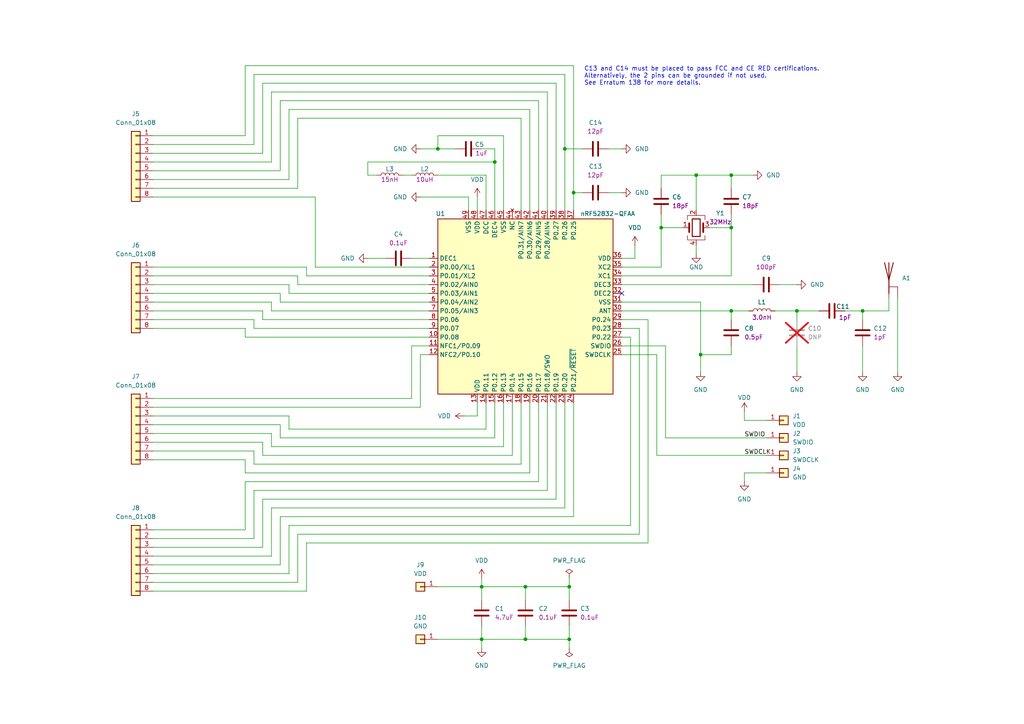
<source format=kicad_sch>
(kicad_sch (version 20231120) (generator "eeschema") (generator_version "8.0")
  (paper "A4")
  (title_block (title "nRF52 Evaluation Board") (date "2024-12-01") (rev "0.1"))
  (lib_symbols
    (symbol "Capacitor:CC0402BRNPO9BNR50" (pin_numbers hide) (pin_names (offset 0.254))
      (property "Reference" "C" (at 0.635 2.54 0))
      (property "Capacitance" "0.5pF" (at 1.27 -2.54 0))
      (symbol "CC0402BRNPO9BNR50_1_1"
        (pin passive line (at 0 3.81 270) (length 2.794) (name "~") (number "1"))
        (pin passive line (at 0 -3.81 90) (length 2.794) (name "~") (number "2"))
      )
    )
    (symbol "Capacitor:CC0402CRNPO9BN1R0" (pin_numbers hide) (pin_names (offset 0.254))
      (property "Reference" "C" (at 0.635 2.54 0))
      (property "Capacitance" "1pF" (at 1.27 -2.54 0))
      (symbol "CC0402CRNPO9BN1R0_1_1"
        (pin passive line (at 0 3.81 270) (length 2.794) (name "~") (number "1"))
        (pin passive line (at 0 -3.81 90) (length 2.794) (name "~") (number "2"))
      )
    )
    (symbol "Capacitor:CC0402JRNPO9BN101" (pin_numbers hide) (pin_names (offset 0.254))
      (property "Reference" "C" (at 0.635 2.54 0))
      (property "Capacitance" "100pF" (at 1.27 -2.54 0))
      (symbol "CC0402JRNPO9BN101_1_1"
        (pin passive line (at 0 3.81 270) (length 2.794) (name "~") (number "1"))
        (pin passive line (at 0 -3.81 90) (length 2.794) (name "~") (number "2"))
      )
    )
    (symbol "Capacitor:CC0402JRNPO9BN120" (pin_numbers hide) (pin_names (offset 0.254))
      (property "Reference" "C" (at 0.635 2.54 0))
      (property "Capacitance" "12pF" (at 1.27 -2.54 0))
      (symbol "CC0402JRNPO9BN120_1_1"
        (pin passive line (at 0 3.81 270) (length 2.794) (name "~") (number "1"))
        (pin passive line (at 0 -3.81 90) (length 2.794) (name "~") (number "2"))
      )
    )
    (symbol "Capacitor:CC0402JRNPO9BN180" (pin_numbers hide) (pin_names (offset 0.254))
      (property "Reference" "C" (at 0.635 2.54 0))
      (property "Capacitance" "18pF" (at 1.27 -2.54 0))
      (symbol "CC0402JRNPO9BN180_1_1"
        (pin passive line (at 0 3.81 270) (length 2.794) (name "~") (number "1"))
        (pin passive line (at 0 -3.81 90) (length 2.794) (name "~") (number "2"))
      )
    )
    (symbol "Capacitor:CL05A104KA5NNNC" (pin_numbers hide) (pin_names (offset 0.254))
      (property "Reference" "C" (at 0.635 2.54 0))
      (property "Capacitance" "0.1uF" (at 1.27 -2.54 0))
      (symbol "CL05A104KA5NNNC_1_1"
        (pin passive line (at 0 3.81 270) (length 2.794) (name "~") (number "1"))
        (pin passive line (at 0 -3.81 90) (length 2.794) (name "~") (number "2"))
      )
    )
    (symbol "Capacitor:CL05A475MQ5NRNC" (pin_numbers hide) (pin_names (offset 0.254))
      (property "Reference" "C" (at 0.635 2.54 0))
      (property "Capacitance" "4.7uF" (at 1.27 -2.54 0))
      (symbol "CL05A475MQ5NRNC_1_1"
        (pin passive line (at 0 3.81 270) (length 2.794) (name "~") (number "1"))
        (pin passive line (at 0 -3.81 90) (length 2.794) (name "~") (number "2"))
      )
    )
    (symbol "Capacitor:DNP_0402" (pin_numbers hide) (pin_names (offset 0.254)) (in_bom no)
      (property "Reference" "C" (at 0.635 2.54 0))
      (property "Capacitance" "DNP" (at 1.27 -2.54 0))
      (symbol "DNP_0402_1_1"
        (pin passive line (at 0 3.81 270) (length 2.794) (name "~") (number "1"))
        (pin passive line (at 0 -3.81 90) (length 2.794) (name "~") (number "2"))
      )
    )
    (symbol "Capacitor:GRM155R61H105KE05D" (pin_numbers hide) (pin_names (offset 0.254))
      (property "Reference" "C" (at 0.635 2.54 0))
      (property "Capacitance" "1uF" (at 1.27 -2.54 0))
      (symbol "GRM155R61H105KE05D_1_1"
        (pin passive line (at 0 3.81 270) (length 2.794) (name "~") (number "1"))
        (pin passive line (at 0 -3.81 90) (length 2.794) (name "~") (number "2"))
      )
    )
    (symbol "Connector:Conn_01x01" (pin_names (offset 1.016) hide) (in_bom no)
      (property "Reference" "J" (at 0 2.54 0))
      (property "Value" "Conn_01x01" (at 0 -2.54 0))
      (symbol "Conn_01x01_1_1"
        (pin passive line (at -5.08 0 0) (length 3.81) (name "Pin_1") (number "1"))
      )
    )
    (symbol "Connector:Conn_01x08" (pin_names (offset 1.016) hide) (in_bom no)
      (property "Reference" "J" (at 0 2.54 0))
      (property "Value" "Conn_01x08" (at 0 -20.828 0))
      (symbol "Conn_01x08_1_1"
        (pin passive line (at -5.08 0 0) (length 3.81) (name "Pin_1") (number "1"))
        (pin passive line (at -5.08 -2.54 0) (length 3.81) (name "Pin_2") (number "2"))
        (pin passive line (at -5.08 -5.08 0) (length 3.81) (name "Pin_3") (number "3"))
        (pin passive line (at -5.08 -7.62 0) (length 3.81) (name "Pin_4") (number "4"))
        (pin passive line (at -5.08 -10.16 0) (length 3.81) (name "Pin_5") (number "5"))
        (pin passive line (at -5.08 -12.7 0) (length 3.81) (name "Pin_6") (number "6"))
        (pin passive line (at -5.08 -15.24 0) (length 3.81) (name "Pin_7") (number "7"))
        (pin passive line (at -5.08 -17.78 0) (length 3.81) (name "Pin_8") (number "8"))
      )
    )
    (symbol "Crystal:CJ16-320001210B20" (pin_names (offset 1.016) hide)
      (property "Reference" "Y" (at 3.175 5.08 0))
      (property "Frequency" "32MHz" (at 1.27 -5.08 0))
      (symbol "CJ16-320001210B20_1_1"
        (pin passive line (at -3.81 0 0) (length 1.27) (name "1") (number "1"))
        (pin passive line (at 0 5.08 270) (length 1.27) (name "2") (number "2"))
        (pin passive line (at 3.81 0 180) (length 1.27) (name "3") (number "3"))
        (pin passive line (at 0 -5.08 90) (length 1.27) (name "4") (number "4"))
      )
    )
    (symbol "GND_1" (power) (pin_numbers hide) (pin_names (offset 0) hide)
      (property "Value" "GND" (at 0 -3.81 0))
      (symbol "GND_1_1_1"
        (pin power_in line (at 0 0 270) (length 0) (name "~") (number "1"))
      )
    )
    (symbol "GND_2" (power) (pin_numbers hide) (pin_names (offset 0) hide)
      (property "Value" "GND" (at 0 -3.81 0))
      (symbol "GND_2_1_1"
        (pin power_in line (at 0 0 270) (length 0) (name "~") (number "1"))
      )
    )
    (symbol "GND_3" (power) (pin_numbers hide) (pin_names (offset 0) hide)
      (property "Value" "GND" (at 0 -3.81 0))
      (symbol "GND_3_1_1"
        (pin power_in line (at 0 0 270) (length 0) (name "~") (number "1"))
      )
    )
    (symbol "GND_4" (power) (pin_numbers hide) (pin_names (offset 0) hide)
      (property "Value" "GND" (at 0 -3.81 0))
      (symbol "GND_4_1_1"
        (pin power_in line (at 0 0 270) (length 0) (name "~") (number "1"))
      )
    )
    (symbol "GND_5" (power) (pin_numbers hide) (pin_names (offset 0) hide)
      (property "Value" "GND" (at 0 -3.81 0))
      (symbol "GND_5_1_1"
        (pin power_in line (at 0 0 270) (length 0) (name "~") (number "1"))
      )
    )
    (symbol "GND_6" (power) (pin_numbers hide) (pin_names (offset 0) hide)
      (property "Value" "GND" (at 0 -3.81 0))
      (symbol "GND_6_1_1"
        (pin power_in line (at 0 0 270) (length 0) (name "~") (number "1"))
      )
    )
    (symbol "GND_7" (power) (pin_numbers hide) (pin_names (offset 0) hide)
      (property "Value" "GND" (at 0 -3.81 0))
      (symbol "GND_7_1_1"
        (pin power_in line (at 0 0 270) (length 0) (name "~") (number "1"))
      )
    )
    (symbol "GND_8" (power) (pin_numbers hide) (pin_names (offset 0) hide)
      (property "Value" "GND" (at 0 -3.81 0))
      (symbol "GND_8_1_1"
        (pin power_in line (at 0 0 270) (length 0) (name "~") (number "1"))
      )
    )
    (symbol "GND_9" (power) (pin_numbers hide) (pin_names (offset 0) hide)
      (property "Value" "GND" (at 0 -3.81 0))
      (symbol "GND_9_1_1"
        (pin power_in line (at 0 0 270) (length 0) (name "~") (number "1"))
      )
    )
    (symbol "Inductor:CLH1005T-3N0S-S" (pin_numbers hide) (pin_names (offset 1.016) hide)
      (property "Reference" "L" (at -1.27 0 90))
      (property "Inductance" "3.0nH" (at 1.27 -2.54 0))
      (symbol "CLH1005T-3N0S-S_1_1"
        (pin passive line (at 0 3.81 270) (length 1.27) (name "1") (number "1"))
        (pin passive line (at 0 -3.81 90) (length 1.27) (name "2") (number "2"))
      )
    )
    (symbol "Inductor:LQW15AN15NJ00D" (pin_numbers hide) (pin_names (offset 1.016) hide)
      (property "Reference" "L" (at -1.27 0 90))
      (property "Inductance" "15nH" (at 1.27 -2.54 0))
      (symbol "LQW15AN15NJ00D_1_1"
        (pin passive line (at 0 3.81 270) (length 1.27) (name "1") (number "1"))
        (pin passive line (at 0 -3.81 90) (length 1.27) (name "2") (number "2"))
      )
    )
    (symbol "Inductor:MLZ1608M100WT000" (pin_numbers hide) (pin_names (offset 1.016) hide)
      (property "Reference" "L" (at -1.27 0 90))
      (property "Inductance" "10uH" (at 1.27 -2.54 0))
      (symbol "MLZ1608M100WT000_1_1"
        (pin passive line (at 0 3.81 270) (length 1.27) (name "1") (number "1"))
        (pin passive line (at 0 -3.81 90) (length 1.27) (name "2") (number "2"))
      )
    )
    (symbol "MCU_Nordic:nRF52832-QFAA"
      (property "Reference" "U" (at -25.4 26.67 0))
      (property "Value" "nRF52832-QFAA" (at 15.875 26.67 0))
      (symbol "nRF52832-QFAA_1_1"
        (pin passive line (at -27.94 13.97 0) (length 2.54) (name "DEC1") (number "1"))
        (pin bidirectional line (at -27.94 -8.89 0) (length 2.54) (name "P0.08") (number "10"))
        (pin bidirectional line (at -27.94 -11.43 0) (length 2.54) (name "NFC1/P0.09") (number "11"))
        (pin bidirectional line (at -27.94 -13.97 0) (length 2.54) (name "NFC2/P0.10") (number "12"))
        (pin power_in line (at -13.97 -27.94 90) (length 2.54) (name "VDD") (number "13"))
        (pin bidirectional line (at -11.43 -27.94 90) (length 2.54) (name "P0.11") (number "14"))
        (pin bidirectional line (at -8.89 -27.94 90) (length 2.54) (name "P0.12") (number "15"))
        (pin bidirectional line (at -6.35 -27.94 90) (length 2.54) (name "P0.13") (number "16"))
        (pin bidirectional line (at -3.81 -27.94 90) (length 2.54) (name "P0.14") (number "17"))
        (pin bidirectional line (at -1.27 -27.94 90) (length 2.54) (name "P0.15") (number "18"))
        (pin bidirectional line (at 1.27 -27.94 90) (length 2.54) (name "P0.16") (number "19"))
        (pin bidirectional line (at -27.94 11.43 0) (length 2.54) (name "P0.00/XL1") (number "2"))
        (pin bidirectional line (at 3.81 -27.94 90) (length 2.54) (name "P0.17") (number "20"))
        (pin bidirectional line (at 6.35 -27.94 90) (length 2.54) (name "P0.18/SWO") (number "21"))
        (pin bidirectional line (at 8.89 -27.94 90) (length 2.54) (name "P0.19") (number "22"))
        (pin bidirectional line (at 11.43 -27.94 90) (length 2.54) (name "P0.20") (number "23"))
        (pin bidirectional line (at 13.97 -27.94 90) (length 2.54) (name "P0.21/~{RESET}") (number "24"))
        (pin input line (at 27.94 -13.97 180) (length 2.54) (name "SWDCLK") (number "25"))
        (pin bidirectional line (at 27.94 -11.43 180) (length 2.54) (name "SWDIO") (number "26"))
        (pin bidirectional line (at 27.94 -8.89 180) (length 2.54) (name "P0.22") (number "27"))
        (pin bidirectional line (at 27.94 -6.35 180) (length 2.54) (name "P0.23") (number "28"))
        (pin bidirectional line (at 27.94 -3.81 180) (length 2.54) (name "P0.24") (number "29"))
        (pin bidirectional line (at -27.94 8.89 0) (length 2.54) (name "P0.01/XL2") (number "3"))
        (pin passive line (at 27.94 -1.27 180) (length 2.54) (name "ANT") (number "30"))
        (pin power_in line (at 27.94 1.27 180) (length 2.54) (name "VSS") (number "31"))
        (pin passive line (at 27.94 3.81 180) (length 2.54) (name "DEC2") (number "32"))
        (pin passive line (at 27.94 6.35 180) (length 2.54) (name "DEC3") (number "33"))
        (pin input line (at 27.94 8.89 180) (length 2.54) (name "XC1") (number "34"))
        (pin input line (at 27.94 11.43 180) (length 2.54) (name "XC2") (number "35"))
        (pin passive line (at 27.94 13.97 180) (length 2.54) (name "VDD") (number "36"))
        (pin passive line (at 13.97 27.94 270) (length 2.54) (name "P0.25") (number "37"))
        (pin passive line (at 11.43 27.94 270) (length 2.54) (name "P0.26") (number "38"))
        (pin bidirectional line (at 8.89 27.94 270) (length 2.54) (name "P0.27") (number "39"))
        (pin bidirectional line (at -27.94 6.35 0) (length 2.54) (name "P0.02/AIN0") (number "4"))
        (pin bidirectional line (at 6.35 27.94 270) (length 2.54) (name "P0.28/AIN4") (number "40"))
        (pin bidirectional line (at 3.81 27.94 270) (length 2.54) (name "P0.29/AIN5") (number "41"))
        (pin bidirectional line (at 1.27 27.94 270) (length 2.54) (name "P0.30/AIN6") (number "42"))
        (pin bidirectional line (at -1.27 27.94 270) (length 2.54) (name "P0.31/AIN7") (number "43"))
        (pin no_connect line (at -3.81 27.94 270) (length 2.54) (name "NC") (number "44"))
        (pin passive line (at -6.35 27.94 270) (length 2.54) (name "VSS") (number "45"))
        (pin passive line (at -8.89 27.94 270) (length 2.54) (name "DEC4") (number "46"))
        (pin power_out line (at -11.43 27.94 270) (length 2.54) (name "DCC") (number "47"))
        (pin passive line (at -13.97 27.94 270) (length 2.54) (name "VDD") (number "48"))
        (pin passive line (at -16.51 27.94 270) (length 2.54) (name "VSS") (number "49"))
        (pin bidirectional line (at -27.94 3.81 0) (length 2.54) (name "P0.03/AIN1") (number "5"))
        (pin bidirectional line (at -27.94 1.27 0) (length 2.54) (name "P0.04/AIN2") (number "6"))
        (pin bidirectional line (at -27.94 -1.27 0) (length 2.54) (name "P0.05/AIN3") (number "7"))
        (pin bidirectional line (at -27.94 -3.81 0) (length 2.54) (name "P0.06") (number "8"))
        (pin bidirectional line (at -27.94 -6.35 0) (length 2.54) (name "P0.07") (number "9"))
      )
    )
    (symbol "RF:Antenna_Inverted_F" (pin_numbers hide) (pin_names (offset 1.016) hide) (in_bom no)
      (property "Reference" "A" (at -1.905 4.445 0))
      (symbol "Antenna_Inverted_F_1_1"
        (pin input line (at 0 -5.08 90) (length 2.54) (name "A") (number "1"))
        (pin input line (at 2.54 -5.08 90) (length 2.54) (name "GND") (number "2"))
      )
    )
    (symbol "VDD_1" (power) (pin_numbers hide) (pin_names (offset 0) hide)
      (property "Value" "VDD" (at 0 3.556 0))
      (symbol "VDD_1_1_1"
        (pin power_in line (at 0 0 90) (length 0) (name "~") (number "1"))
      )
    )
    (symbol "VDD_2" (power) (pin_numbers hide) (pin_names (offset 0) hide)
      (property "Value" "VDD" (at 0 3.556 0))
      (symbol "VDD_2_1_1"
        (pin power_in line (at 0 0 90) (length 0) (name "~") (number "1"))
      )
    )
    (symbol "VDD_3" (power) (pin_numbers hide) (pin_names (offset 0) hide)
      (property "Value" "VDD" (at 0 3.556 0))
      (symbol "VDD_3_1_1"
        (pin power_in line (at 0 0 90) (length 0) (name "~") (number "1"))
      )
    )
    (symbol "VDD_4" (power) (pin_numbers hide) (pin_names (offset 0) hide)
      (property "Value" "VDD" (at 0 3.556 0))
      (symbol "VDD_4_1_1"
        (pin power_in line (at 0 0 90) (length 0) (name "~") (number "1"))
      )
    )
    (symbol "VDD_5" (power) (pin_numbers hide) (pin_names (offset 0) hide)
      (property "Value" "VDD" (at 0 3.556 0))
      (symbol "VDD_5_1_1"
        (pin power_in line (at 0 0 90) (length 0) (name "~") (number "1"))
      )
    )
    (symbol "power:GND" (power) (pin_numbers hide) (pin_names (offset 0) hide)
      (property "Value" "GND" (at 0 -3.81 0))
      (symbol "GND_1_1"
        (pin power_in line (at 0 0 270) (length 0) (name "~") (number "1"))
      )
    )
    (symbol "power:PWR_FLAG" (power) (pin_numbers hide) (pin_names (offset 0) hide)
      (property "Value" "PWR_FLAG" (at 0 3.81 0))
      (symbol "PWR_FLAG_0_0"
        (pin power_out line (at 0 0 90) (length 0) (name "~") (number "1"))
      )
    )
  )
  (junction (at 250.19 90.17))
  (junction (at 212.09 50.8))
  (junction (at 139.7 170.18))
  (junction (at 203.2 102.87))
  (junction (at 191.77 66.04))
  (junction (at 152.4 185.42))
  (junction (at 166.37 55.88))
  (junction (at 231.14 90.17))
  (junction (at 152.4 170.18))
  (junction (at 165.1 170.18))
  (junction (at 143.51 46.99))
  (junction (at 201.93 50.8))
  (junction (at 163.83 43.18))
  (junction (at 212.09 90.17))
  (junction (at 165.1 185.42))
  (junction (at 212.09 66.04))
  (junction (at 127 43.18))
  (junction (at 139.7 185.42))
  (no_connect (at 180.34 85.09))
  (wire (pts (xy 158.75 60.96) (xy 158.75 26.67)))
  (wire (pts (xy 81.28 149.86) (xy 166.37 149.86)))
  (wire (pts (xy 140.97 50.8) (xy 127 50.8)))
  (wire (pts (xy 146.05 39.37) (xy 127 39.37)))
  (wire (pts (xy 180.34 80.01) (xy 212.09 80.01)))
  (wire (pts (xy 78.74 125.73) (xy 44.45 125.73)))
  (wire (pts (xy 73.66 95.25) (xy 73.66 92.71)))
  (wire (pts (xy 222.25 132.08) (xy 190.5 132.08)))
  (wire (pts (xy 124.46 102.87) (xy 121.92 102.87)))
  (wire (pts (xy 180.34 77.47) (xy 191.77 77.47)))
  (wire (pts (xy 185.42 95.25) (xy 185.42 154.94)))
  (wire (pts (xy 153.67 60.96) (xy 153.67 31.75)))
  (wire (pts (xy 71.12 133.35) (xy 44.45 133.35)))
  (wire (pts (xy 78.74 147.32) (xy 163.83 147.32)))
  (wire (pts (xy 224.79 90.17) (xy 231.14 90.17)))
  (wire (pts (xy 212.09 50.8) (xy 201.93 50.8)))
  (wire (pts (xy 124.46 92.71) (xy 76.2 92.71)))
  (wire (pts (xy 163.83 43.18) (xy 163.83 60.96)))
  (wire (pts (xy 73.66 134.62) (xy 151.13 134.62)))
  (wire (pts (xy 116.84 50.8) (xy 119.38 50.8)))
  (wire (pts (xy 44.45 49.53) (xy 81.28 49.53)))
  (wire (pts (xy 78.74 90.17) (xy 78.74 87.63)))
  (wire (pts (xy 78.74 129.54) (xy 78.74 125.73)))
  (wire (pts (xy 180.34 100.33) (xy 193.04 100.33)))
  (wire (pts (xy 121.92 43.18) (xy 127 43.18)))
  (wire (pts (xy 44.45 39.37) (xy 71.12 39.37)))
  (wire (pts (xy 201.93 71.12) (xy 201.93 73.66)))
  (wire (pts (xy 184.15 71.12) (xy 184.15 74.93)))
  (wire (pts (xy 86.36 80.01) (xy 44.45 80.01)))
  (wire (pts (xy 143.51 43.18) (xy 139.7 43.18)))
  (wire (pts (xy 76.2 144.78) (xy 76.2 158.75)))
  (wire (pts (xy 88.9 77.47) (xy 44.45 77.47)))
  (wire (pts (xy 180.34 87.63) (xy 203.2 87.63)))
  (wire (pts (xy 76.2 132.08) (xy 76.2 128.27)))
  (wire (pts (xy 138.43 120.65) (xy 134.62 120.65)))
  (wire (pts (xy 212.09 50.8) (xy 218.44 50.8)))
  (wire (pts (xy 71.12 139.7) (xy 156.21 139.7)))
  (wire (pts (xy 124.46 77.47) (xy 91.44 77.47)))
  (wire (pts (xy 86.36 54.61) (xy 44.45 54.61)))
  (wire (pts (xy 191.77 66.04) (xy 198.12 66.04)))
  (wire (pts (xy 152.4 185.42) (xy 139.7 185.42)))
  (wire (pts (xy 165.1 170.18) (xy 152.4 170.18)))
  (wire (pts (xy 161.29 116.84) (xy 161.29 144.78)))
  (wire (pts (xy 73.66 142.24) (xy 73.66 156.21)))
  (wire (pts (xy 78.74 46.99) (xy 44.45 46.99)))
  (wire (pts (xy 83.82 31.75) (xy 83.82 52.07)))
  (wire (pts (xy 187.96 92.71) (xy 187.96 157.48)))
  (wire (pts (xy 212.09 66.04) (xy 212.09 80.01)))
  (wire (pts (xy 71.12 137.16) (xy 153.67 137.16)))
  (wire (pts (xy 180.34 74.93) (xy 184.15 74.93)))
  (wire (pts (xy 161.29 60.96) (xy 161.29 24.13)))
  (wire (pts (xy 83.82 82.55) (xy 44.45 82.55)))
  (wire (pts (xy 106.68 50.8) (xy 106.68 46.99)))
  (wire (pts (xy 158.75 26.67) (xy 78.74 26.67)))
  (wire (pts (xy 73.66 92.71) (xy 44.45 92.71)))
  (wire (pts (xy 166.37 55.88) (xy 166.37 60.96)))
  (wire (pts (xy 257.81 90.17) (xy 250.19 90.17)))
  (wire (pts (xy 139.7 167.64) (xy 139.7 170.18)))
  (wire (pts (xy 165.1 181.61) (xy 165.1 185.42)))
  (wire (pts (xy 109.22 50.8) (xy 106.68 50.8)))
  (wire (pts (xy 81.28 123.19) (xy 44.45 123.19)))
  (wire (pts (xy 153.67 31.75) (xy 83.82 31.75)))
  (wire (pts (xy 76.2 128.27) (xy 44.45 128.27)))
  (wire (pts (xy 71.12 19.05) (xy 166.37 19.05)))
  (wire (pts (xy 86.36 154.94) (xy 86.36 168.91)))
  (wire (pts (xy 119.38 74.93) (xy 124.46 74.93)))
  (wire (pts (xy 119.38 115.57) (xy 44.45 115.57)))
  (wire (pts (xy 44.45 44.45) (xy 76.2 44.45)))
  (wire (pts (xy 138.43 116.84) (xy 138.43 120.65)))
  (wire (pts (xy 180.34 97.79) (xy 182.88 97.79)))
  (wire (pts (xy 71.12 97.79) (xy 124.46 97.79)))
  (wire (pts (xy 161.29 24.13) (xy 76.2 24.13)))
  (wire (pts (xy 140.97 116.84) (xy 140.97 124.46)))
  (wire (pts (xy 212.09 102.87) (xy 203.2 102.87)))
  (wire (pts (xy 212.09 90.17) (xy 217.17 90.17)))
  (wire (pts (xy 88.9 157.48) (xy 88.9 171.45)))
  (wire (pts (xy 151.13 34.29) (xy 86.36 34.29)))
  (wire (pts (xy 212.09 50.8) (xy 212.09 54.61)))
  (wire (pts (xy 73.66 156.21) (xy 44.45 156.21)))
  (wire (pts (xy 124.46 82.55) (xy 86.36 82.55)))
  (wire (pts (xy 76.2 92.71) (xy 76.2 90.17)))
  (wire (pts (xy 191.77 50.8) (xy 191.77 54.61)))
  (wire (pts (xy 153.67 116.84) (xy 153.67 137.16)))
  (wire (pts (xy 88.9 171.45) (xy 44.45 171.45)))
  (wire (pts (xy 78.74 129.54) (xy 146.05 129.54)))
  (wire (pts (xy 215.9 119.38) (xy 215.9 121.92)))
  (wire (pts (xy 152.4 181.61) (xy 152.4 185.42)))
  (wire (pts (xy 143.51 116.84) (xy 143.51 127)))
  (wire (pts (xy 180.34 82.55) (xy 218.44 82.55)))
  (wire (pts (xy 212.09 100.33) (xy 212.09 102.87)))
  (wire (pts (xy 88.9 80.01) (xy 124.46 80.01)))
  (wire (pts (xy 237.49 90.17) (xy 231.14 90.17)))
  (wire (pts (xy 152.4 170.18) (xy 139.7 170.18)))
  (wire (pts (xy 180.34 90.17) (xy 212.09 90.17)))
  (wire (pts (xy 156.21 29.21) (xy 81.28 29.21)))
  (wire (pts (xy 180.34 95.25) (xy 185.42 95.25)))
  (wire (pts (xy 156.21 60.96) (xy 156.21 29.21)))
  (wire (pts (xy 212.09 62.23) (xy 212.09 66.04)))
  (wire (pts (xy 139.7 181.61) (xy 139.7 185.42)))
  (wire (pts (xy 139.7 185.42) (xy 139.7 187.96)))
  (wire (pts (xy 250.19 100.33) (xy 250.19 107.95)))
  (wire (pts (xy 73.66 41.91) (xy 44.45 41.91)))
  (wire (pts (xy 124.46 100.33) (xy 119.38 100.33)))
  (wire (pts (xy 71.12 39.37) (xy 71.12 19.05)))
  (wire (pts (xy 231.14 90.17) (xy 231.14 92.71)))
  (wire (pts (xy 140.97 60.96) (xy 140.97 50.8)))
  (wire (pts (xy 124.46 95.25) (xy 73.66 95.25)))
  (wire (pts (xy 163.83 116.84) (xy 163.83 147.32)))
  (wire (pts (xy 119.38 100.33) (xy 119.38 115.57)))
  (wire (pts (xy 151.13 116.84) (xy 151.13 134.62)))
  (wire (pts (xy 168.91 43.18) (xy 163.83 43.18)))
  (wire (pts (xy 163.83 21.59) (xy 163.83 43.18)))
  (wire (pts (xy 205.74 66.04) (xy 212.09 66.04)))
  (wire (pts (xy 83.82 152.4) (xy 83.82 166.37)))
  (wire (pts (xy 81.28 149.86) (xy 81.28 163.83)))
  (wire (pts (xy 127 39.37) (xy 127 43.18)))
  (wire (pts (xy 165.1 185.42) (xy 152.4 185.42)))
  (wire (pts (xy 201.93 50.8) (xy 201.93 60.96)))
  (wire (pts (xy 121.92 57.15) (xy 135.89 57.15)))
  (wire (pts (xy 203.2 87.63) (xy 203.2 102.87)))
  (wire (pts (xy 124.46 90.17) (xy 78.74 90.17)))
  (wire (pts (xy 148.59 116.84) (xy 148.59 132.08)))
  (wire (pts (xy 143.51 60.96) (xy 143.51 46.99)))
  (wire (pts (xy 152.4 170.18) (xy 152.4 173.99)))
  (wire (pts (xy 71.12 139.7) (xy 71.12 153.67)))
  (wire (pts (xy 106.68 46.99) (xy 143.51 46.99)))
  (wire (pts (xy 226.06 82.55) (xy 231.14 82.55)))
  (wire (pts (xy 127 43.18) (xy 132.08 43.18)))
  (wire (pts (xy 78.74 161.29) (xy 44.45 161.29)))
  (wire (pts (xy 86.36 154.94) (xy 185.42 154.94)))
  (wire (pts (xy 78.74 87.63) (xy 44.45 87.63)))
  (wire (pts (xy 91.44 77.47) (xy 91.44 57.15)))
  (wire (pts (xy 191.77 62.23) (xy 191.77 66.04)))
  (wire (pts (xy 71.12 137.16) (xy 71.12 133.35)))
  (wire (pts (xy 81.28 127) (xy 81.28 123.19)))
  (wire (pts (xy 260.35 86.36) (xy 260.35 107.95)))
  (wire (pts (xy 88.9 77.47) (xy 88.9 80.01)))
  (wire (pts (xy 257.81 86.36) (xy 257.81 90.17)))
  (wire (pts (xy 83.82 85.09) (xy 83.82 82.55)))
  (wire (pts (xy 76.2 144.78) (xy 161.29 144.78)))
  (wire (pts (xy 190.5 102.87) (xy 190.5 132.08)))
  (wire (pts (xy 140.97 124.46) (xy 83.82 124.46)))
  (wire (pts (xy 106.68 74.93) (xy 111.76 74.93)))
  (wire (pts (xy 176.53 55.88) (xy 180.34 55.88)))
  (wire (pts (xy 83.82 166.37) (xy 44.45 166.37)))
  (wire (pts (xy 151.13 60.96) (xy 151.13 34.29)))
  (wire (pts (xy 191.77 66.04) (xy 191.77 77.47)))
  (wire (pts (xy 76.2 132.08) (xy 148.59 132.08)))
  (wire (pts (xy 73.66 130.81) (xy 44.45 130.81)))
  (wire (pts (xy 71.12 97.79) (xy 71.12 95.25)))
  (wire (pts (xy 180.34 102.87) (xy 190.5 102.87)))
  (wire (pts (xy 71.12 95.25) (xy 44.45 95.25)))
  (wire (pts (xy 121.92 102.87) (xy 121.92 118.11)))
  (wire (pts (xy 215.9 137.16) (xy 215.9 139.7)))
  (wire (pts (xy 143.51 46.99) (xy 143.51 43.18)))
  (wire (pts (xy 124.46 85.09) (xy 83.82 85.09)))
  (wire (pts (xy 182.88 97.79) (xy 182.88 152.4)))
  (wire (pts (xy 81.28 29.21) (xy 81.28 49.53)))
  (wire (pts (xy 165.1 185.42) (xy 165.1 187.96)))
  (wire (pts (xy 135.89 57.15) (xy 135.89 60.96)))
  (wire (pts (xy 76.2 158.75) (xy 44.45 158.75)))
  (wire (pts (xy 71.12 153.67) (xy 44.45 153.67)))
  (wire (pts (xy 83.82 124.46) (xy 83.82 120.65)))
  (wire (pts (xy 73.66 21.59) (xy 163.83 21.59)))
  (wire (pts (xy 146.05 116.84) (xy 146.05 129.54)))
  (wire (pts (xy 146.05 60.96) (xy 146.05 39.37)))
  (wire (pts (xy 81.28 127) (xy 143.51 127)))
  (wire (pts (xy 81.28 163.83) (xy 44.45 163.83)))
  (wire (pts (xy 121.92 118.11) (xy 44.45 118.11)))
  (wire (pts (xy 166.37 19.05) (xy 166.37 55.88)))
  (wire (pts (xy 191.77 50.8) (xy 201.93 50.8)))
  (wire (pts (xy 165.1 170.18) (xy 165.1 173.99)))
  (wire (pts (xy 203.2 102.87) (xy 203.2 107.95)))
  (wire (pts (xy 250.19 90.17) (xy 250.19 92.71)))
  (wire (pts (xy 76.2 90.17) (xy 44.45 90.17)))
  (wire (pts (xy 91.44 57.15) (xy 44.45 57.15)))
  (wire (pts (xy 73.66 142.24) (xy 158.75 142.24)))
  (wire (pts (xy 165.1 167.64) (xy 165.1 170.18)))
  (wire (pts (xy 83.82 152.4) (xy 182.88 152.4)))
  (wire (pts (xy 76.2 24.13) (xy 76.2 44.45)))
  (wire (pts (xy 212.09 92.71) (xy 212.09 90.17)))
  (wire (pts (xy 231.14 100.33) (xy 231.14 107.95)))
  (wire (pts (xy 78.74 147.32) (xy 78.74 161.29)))
  (wire (pts (xy 158.75 116.84) (xy 158.75 142.24)))
  (wire (pts (xy 139.7 170.18) (xy 139.7 173.99)))
  (wire (pts (xy 86.36 34.29) (xy 86.36 54.61)))
  (wire (pts (xy 222.25 127) (xy 193.04 127)))
  (wire (pts (xy 88.9 157.48) (xy 187.96 157.48)))
  (wire (pts (xy 180.34 92.71) (xy 187.96 92.71)))
  (wire (pts (xy 78.74 26.67) (xy 78.74 46.99)))
  (wire (pts (xy 127 170.18) (xy 139.7 170.18)))
  (wire (pts (xy 222.25 137.16) (xy 215.9 137.16)))
  (wire (pts (xy 83.82 52.07) (xy 44.45 52.07)))
  (wire (pts (xy 193.04 100.33) (xy 193.04 127)))
  (wire (pts (xy 222.25 121.92) (xy 215.9 121.92)))
  (wire (pts (xy 124.46 87.63) (xy 81.28 87.63)))
  (wire (pts (xy 81.28 85.09) (xy 44.45 85.09)))
  (wire (pts (xy 176.53 43.18) (xy 180.34 43.18)))
  (wire (pts (xy 138.43 57.15) (xy 138.43 60.96)))
  (wire (pts (xy 166.37 116.84) (xy 166.37 149.86)))
  (wire (pts (xy 73.66 21.59) (xy 73.66 41.91)))
  (wire (pts (xy 86.36 82.55) (xy 86.36 80.01)))
  (wire (pts (xy 156.21 116.84) (xy 156.21 139.7)))
  (wire (pts (xy 168.91 55.88) (xy 166.37 55.88)))
  (wire (pts (xy 86.36 168.91) (xy 44.45 168.91)))
  (wire (pts (xy 127 185.42) (xy 139.7 185.42)))
  (wire (pts (xy 73.66 134.62) (xy 73.66 130.81)))
  (wire (pts (xy 83.82 120.65) (xy 44.45 120.65)))
  (wire (pts (xy 250.19 90.17) (xy 245.11 90.17)))
  (wire (pts (xy 81.28 87.63) (xy 81.28 85.09)))
  (text "C13 and C14 must be placed to pass FCC and CE RED certifications.\nAlternatively, the 2 pins can be grounded if not used.\nSee Erratum 138 for more details." (at 169.418 22.098 0) (effects (font (size 1.27 1.27)) (justify left)))
  (label "SWDIO" (at 215.9 127 0))
  (label "SWDCLK" (at 215.9 132.08 0))
  (symbol (lib_id "Connector:Conn_01x01") (at 227.33 132.08 0) (unit 1) (in_bom no)
    (property "Reference" "J3" (at 229.87 130.8099 0) (effects (justify left)))
    (property "Value" "SWDCLK" (at 229.87 133.3499 0) (effects (justify left)))
    (property "Footprint" "Connector_PinHeader:PinHeader_1x01_P2.54mm_Vertical" (effects (hide yes)))
    (property "Description" "Generic connector, single row, 01x01, script generated (kicad-library-utils/schlib/autogen/connector/)" (effects (hide yes)))
  )
  (symbol (lib_name "GND_4") (lib_id "power:GND") (at 231.14 82.55 90) (unit 1)
    (property "Reference" "#PWR014" (effects (hide yes)))
    (property "Value" "GND" (at 234.95 82.5499 90) (effects (justify right)))
    (property "Description" "Power symbol creates a global label with name \"GND\" , ground" (effects (hide yes)))
  )
  (symbol (lib_id "Connector:Conn_01x01") (at 227.33 137.16 0) (unit 1) (in_bom no)
    (property "Reference" "J4" (at 229.87 135.8899 0) (effects (justify left)))
    (property "Value" "GND" (at 229.87 138.4299 0) (effects (justify left)))
    (property "Footprint" "Connector_PinHeader:PinHeader_1x01_P2.54mm_Vertical" (effects (hide yes)))
    (property "Description" "Generic connector, single row, 01x01, script generated (kicad-library-utils/schlib/autogen/connector/)" (effects (hide yes)))
  )
  (symbol (lib_id "Capacitor:CC0402JRNPO9BN120") (at 172.72 55.88 90) (unit 1)
    (property "Reference" "C13" (at 172.72 48.26 90))
    (property "Value" "CC0402JRNPO9BN120" (effects (hide yes)))
    (property "Footprint" "Capacitor_SMD:C_0402_1005Metric" (effects (hide yes)))
    (property "Datasheet" "https://www.mouser.com/datasheet/2/447/UPY_NP0X5R_01005_4V_to_25V_V10-3003057.pdf" (effects (hide yes)))
    (property "Description" "Ceramic Capacitor, 12pF, 0402, 50V, ±5%, NP0" (effects (hide yes)))
    (property "Capacitance" "12pF" (at 172.72 50.8 90))
    (property "Manufacturer" "YAGEO" (effects (hide yes)))
    (property "Voltage" "50V" (effects (hide yes)))
    (property "Tolerance" "±5%" (effects (hide yes)))
    (property "Temperature Coefficient" "NP0" (effects (hide yes)))
  )
  (symbol (lib_id "Capacitor:CC0402CRNPO9BN1R0") (at 250.19 96.52 0) (unit 1)
    (property "Reference" "C12" (at 253.365 95.25 0) (effects (justify left)))
    (property "Value" "CC0402CRNPO9BN1R0" (effects (hide yes)))
    (property "Footprint" "Capacitor_SMD:C_0402_1005Metric" (effects (hide yes)))
    (property "Datasheet" "https://www.mouser.com/datasheet/2/447/UPY_NP0X5R_01005_4V_to_25V_V10-3003057.pdf" (effects (hide yes)))
    (property "Capacitance" "1pF" (at 253.365 97.79 0) (effects (justify left)))
    (property "Manufacturer" "YAGEO" (effects (hide yes)))
    (property "Voltage" "50V" (effects (hide yes)))
    (property "Tolerance" "±0.25pF" (effects (hide yes)))
    (property "Temperature Coefficient" "NP0" (effects (hide yes)))
  )
  (symbol (lib_id "power:PWR_FLAG") (at 165.1 167.64 0) (unit 1)
    (property "Reference" "#FLG01" (effects (hide yes)))
    (property "Value" "PWR_FLAG" (at 165.1 162.56 0))
    (property "Description" "Special symbol for telling ERC where power comes from" (effects (hide yes)))
  )
  (symbol (lib_name "VDD_4") (lib_id "power:VDD") (at 134.62 120.65 90) (unit 1)
    (property "Reference" "#PWR05" (effects (hide yes)))
    (property "Value" "VDD" (at 130.81 120.6499 90) (effects (justify left)))
    (property "Description" "Power symbol creates a global label with name \"VDD\"" (effects (hide yes)))
  )
  (symbol (lib_id "power:PWR_FLAG") (at 165.1 187.96 0) (mirror x) (unit 1)
    (property "Reference" "#FLG02" (effects (hide yes)))
    (property "Value" "PWR_FLAG" (at 165.1 193.04 0))
    (property "Description" "Special symbol for telling ERC where power comes from" (effects (hide yes)))
  )
  (symbol (lib_id "Capacitor:CC0402JRNPO9BN101") (at 222.25 82.55 90) (unit 1)
    (property "Reference" "C9" (at 222.25 74.93 90))
    (property "Value" "CC0402JRNPO9BN101" (effects (hide yes)))
    (property "Footprint" "Capacitor_SMD:C_0402_1005Metric" (effects (hide yes)))
    (property "Datasheet" "https://datasheet.lcsc.com/lcsc/2304140030_YAGEO-CC0402JRNPO9BN101_C106200.pdf" (effects (hide yes)))
    (property "Capacitance" "100pF" (at 222.25 77.47 90))
    (property "Manufacturer" "YAGEO" (effects (hide yes)))
    (property "Voltage" "50V" (effects (hide yes)))
    (property "Tolerance" "±5%" (effects (hide yes)))
    (property "Temperature Coefficient" "NP0" (effects (hide yes)))
  )
  (symbol (lib_id "power:GND") (at 180.34 55.88 90) (unit 1)
    (property "Reference" "#PWR07" (effects (hide yes)))
    (property "Value" "GND" (at 184.15 55.8799 90) (effects (justify right)))
    (property "Description" "Power symbol creates a global label with name \"GND\" , ground" (effects (hide yes)))
  )
  (symbol (lib_id "Inductor:MLZ1608M100WT000") (at 123.19 50.8 90) (unit 1)
    (property "Reference" "L2" (at 123.19 49.022 90))
    (property "Value" "MLZ1608M100WT000" (effects (hide yes)))
    (property "Footprint" "Inductor_SMD:L_0603_1608Metric" (effects (hide yes)))
    (property "Datasheet" "https://product.tdk.com/system/files/dam/doc/product/inductor/inductor/smd/catalog/inductor_commercial_decoupling_mlz1608_en.pdf" (effects (hide yes)))
    (property "Description" "Chip Inductor, 10uH, 0603, ±20%, 250mA, 1.05Ω" (effects (hide yes)))
    (property "Inductance" "10uH" (at 123.19 52.07 90))
    (property "Manufacturer" "TDK" (effects (hide yes)))
    (property "Current Rating" "250mA" (effects (hide yes)))
    (property "Tolerance" "±20%" (effects (hide yes)))
    (property "DC Resistance" "1.05Ω" (effects (hide yes)))
  )
  (symbol (lib_name "GND_3") (lib_id "power:GND") (at 250.19 107.95 0) (unit 1)
    (property "Reference" "#PWR016" (effects (hide yes)))
    (property "Value" "GND" (at 250.19 113.03 0))
    (property "Description" "Power symbol creates a global label with name \"GND\" , ground" (effects (hide yes)))
  )
  (symbol (lib_name "GND_7") (lib_id "power:GND") (at 139.7 187.96 0) (unit 1)
    (property "Reference" "#PWR02" (effects (hide yes)))
    (property "Value" "GND" (at 139.7 193.04 0))
    (property "Description" "Power symbol creates a global label with name \"GND\" , ground" (effects (hide yes)))
  )
  (symbol (lib_id "Connector:Conn_01x08") (at 39.37 39.37 0) (mirror y) (unit 1) (in_bom no)
    (property "Reference" "J5" (at 39.37 33.02 0))
    (property "Value" "Conn_01x08" (at 39.37 35.56 0))
    (property "Footprint" "Connector_PinHeader:PinHeader_1x08_P2.54mm_Vertical" (effects (hide yes)))
    (property "Description" "Generic connector, single row, 01x08, script generated (kicad-library-utils/schlib/autogen/connector/)" (effects (hide yes)))
  )
  (symbol (lib_id "RF:Antenna_Inverted_F") (at 257.81 81.28 0) (unit 1) (in_bom no)
    (property "Reference" "A1" (at 261.62 80.645 0) (effects (justify left)))
    (property "Value" "Antenna_Inverted_F" (effects (hide yes)))
    (property "Footprint" "RF:MIFA_2.4GHz" (effects (hide yes)))
  )
  (symbol (lib_name "GND_1") (lib_id "power:GND") (at 203.2 107.95 0) (unit 1)
    (property "Reference" "#PWR010" (effects (hide yes)))
    (property "Value" "GND" (at 203.2 113.03 0))
    (property "Description" "Power symbol creates a global label with name \"GND\" , ground" (effects (hide yes)))
  )
  (symbol (lib_id "Inductor:CLH1005T-3N0S-S") (at 220.98 90.17 90) (unit 1)
    (property "Reference" "L1" (at 220.98 87.63 90))
    (property "Value" "CLH1005T-3N0S-S" (effects (hide yes)))
    (property "Footprint" "Inductor_SMD:L_0402_1005Metric" (effects (hide yes)))
    (property "Datasheet" "https://datasheet.lcsc.com/lcsc/2304140030_Chilisin-Elec-CLH1005T-3N0S-S_C142230.pdf" (effects (hide yes)))
    (property "Inductance" "3.0nH" (at 220.98 92.075 90))
    (property "Manufacturer" "Chilisin Elec" (effects (hide yes)))
    (property "Current Rating" "400mA" (effects (hide yes)))
    (property "Tolerance" "±0.3nH" (effects (hide yes)))
    (property "DC Resistance" "150mΩ" (effects (hide yes)))
  )
  (symbol (lib_id "Capacitor:CL05A104KA5NNNC") (at 152.4 177.8 180) (unit 1)
    (property "Reference" "C2" (at 156.21 176.53 0) (effects (justify right)))
    (property "Value" "CL05A104KA5NNNC" (effects (hide yes)))
    (property "Footprint" "Capacitor_SMD:C_0402_1005Metric" (effects (hide yes)))
    (property "Datasheet" "https://www.mouser.com/datasheet/2/585/MLCC-1837944.pdf" (effects (hide yes)))
    (property "Capacitance" "0.1uF" (at 156.21 179.07 0) (effects (justify right)))
    (property "Manufacturer" "Samsung" (effects (hide yes)))
    (property "Voltage" "25V" (effects (hide yes)))
    (property "Tolerance" "±10%" (effects (hide yes)))
    (property "Temperature Coefficient" "X5R" (effects (hide yes)))
  )
  (symbol (lib_id "power:GND") (at 121.92 57.15 270) (unit 1)
    (property "Reference" "#PWR018" (effects (hide yes)))
    (property "Value" "GND" (at 118.11 57.1499 90) (effects (justify right)))
    (property "Description" "Power symbol creates a global label with name \"GND\" , ground" (effects (hide yes)))
  )
  (symbol (lib_name "GND_2") (lib_id "power:GND") (at 231.14 107.95 0) (unit 1)
    (property "Reference" "#PWR015" (effects (hide yes)))
    (property "Value" "GND" (at 231.14 113.03 0))
    (property "Description" "Power symbol creates a global label with name \"GND\" , ground" (effects (hide yes)))
  )
  (symbol (lib_id "Capacitor:CC0402JRNPO9BN120") (at 172.72 43.18 90) (unit 1)
    (property "Reference" "C14" (at 172.72 35.56 90))
    (property "Value" "CC0402JRNPO9BN120" (effects (hide yes)))
    (property "Footprint" "Capacitor_SMD:C_0402_1005Metric" (effects (hide yes)))
    (property "Datasheet" "https://www.mouser.com/datasheet/2/447/UPY_NP0X5R_01005_4V_to_25V_V10-3003057.pdf" (effects (hide yes)))
    (property "Description" "Ceramic Capacitor, 12pF, 0402, 50V, ±5%, NP0" (effects (hide yes)))
    (property "Capacitance" "12pF" (at 172.72 38.1 90))
    (property "Manufacturer" "YAGEO" (effects (hide yes)))
    (property "Voltage" "50V" (effects (hide yes)))
    (property "Tolerance" "±5%" (effects (hide yes)))
    (property "Temperature Coefficient" "NP0" (effects (hide yes)))
  )
  (symbol (lib_id "Connector:Conn_01x01") (at 121.92 185.42 0) (mirror y) (unit 1) (in_bom no)
    (property "Reference" "J10" (at 121.92 179.07 0))
    (property "Value" "GND" (at 121.92 181.61 0))
    (property "Footprint" "Connector_PinHeader:PinHeader_1x01_P2.54mm_Vertical" (effects (hide yes)))
    (property "Description" "Generic connector, single row, 01x01, script generated (kicad-library-utils/schlib/autogen/connector/)" (effects (hide yes)))
  )
  (symbol (lib_id "Crystal:CJ16-320001210B20") (at 201.93 66.04 0) (unit 1)
    (property "Reference" "Y1" (at 208.915 61.8491 0))
    (property "Value" "CJ16-320001210B20" (effects (hide yes)))
    (property "Footprint" "Crystal:Crystal_SMD_2016-4Pin_2.0x1.6mm" (effects (hide yes)))
    (property "Datasheet" "https://datasheet.lcsc.com/lcsc/2108201830_Jiangsu-Changjing-Electronics-Technology-Co---Ltd--CJ16-320001210B20_C2875240.pdf" (effects (hide yes)))
    (property "Frequency" "32MHz" (at 208.915 64.3891 0))
    (property "Manufacturer" "Jiangsu Changjing Electronics Technology Co., Ltd." (effects (hide yes)))
    (property "Load Capacitance" "12pF" (effects (hide yes)))
    (property "Frequency Tolerance" "±10ppm" (effects (hide yes)))
    (property "Frequency Stability" "±20ppm" (effects (hide yes)))
  )
  (symbol (lib_id "Connector:Conn_01x01") (at 121.92 170.18 0) (mirror y) (unit 1) (in_bom no)
    (property "Reference" "J9" (at 121.92 163.83 0))
    (property "Value" "VDD" (at 121.92 166.37 0))
    (property "Footprint" "Connector_PinHeader:PinHeader_1x01_P2.54mm_Vertical" (effects (hide yes)))
    (property "Description" "Generic connector, single row, 01x01, script generated (kicad-library-utils/schlib/autogen/connector/)" (effects (hide yes)))
  )
  (symbol (lib_name "GND_5") (lib_id "power:GND") (at 201.93 73.66 0) (unit 1)
    (property "Reference" "#PWR09" (effects (hide yes)))
    (property "Value" "GND" (at 201.93 77.47 0))
    (property "Description" "Power symbol creates a global label with name \"GND\" , ground" (effects (hide yes)))
  )
  (symbol (lib_id "Capacitor:CC0402JRNPO9BN180") (at 191.77 58.42 0) (unit 1)
    (property "Reference" "C6" (at 194.945 57.15 0) (effects (justify left)))
    (property "Value" "CC0402JRNPO9BN180" (effects (hide yes)))
    (property "Footprint" "Capacitor_SMD:C_0402_1005Metric" (effects (hide yes)))
    (property "Datasheet" "https://www.mouser.com/datasheet/2/447/UPY_NP0X5R_01005_4V_to_25V_V10-3003057.pdf" (effects (hide yes)))
    (property "Capacitance" "18pF" (at 194.945 59.69 0) (effects (justify left)))
    (property "Manufacturer" "YAGEO" (effects (hide yes)))
    (property "Voltage" "50V" (effects (hide yes)))
    (property "Tolerance" "±5%" (effects (hide yes)))
    (property "Temperature Coefficient" "NP0" (effects (hide yes)))
  )
  (symbol (lib_id "Connector:Conn_01x01") (at 227.33 127 0) (unit 1) (in_bom no)
    (property "Reference" "J2" (at 229.87 125.7299 0) (effects (justify left)))
    (property "Value" "SWDIO" (at 229.87 128.2699 0) (effects (justify left)))
    (property "Footprint" "Connector_PinHeader:PinHeader_1x01_P2.54mm_Vertical" (effects (hide yes)))
    (property "Description" "Generic connector, single row, 01x01, script generated (kicad-library-utils/schlib/autogen/connector/)" (effects (hide yes)))
  )
  (symbol (lib_id "Capacitor:CC0402BRNPO9BNR50") (at 212.09 96.52 0) (unit 1)
    (property "Reference" "C8" (at 215.9 95.25 0) (effects (justify left)))
    (property "Value" "CC0402BRNPO9BNR50" (effects (hide yes)))
    (property "Footprint" "Capacitor_SMD:C_0402_1005Metric" (effects (hide yes)))
    (property "Datasheet" "https://www.mouser.com/datasheet/2/447/UPY_NP0X5R_01005_4V_to_25V_V10-3003057.pdf" (effects (hide yes)))
    (property "Capacitance" "0.5pF" (at 215.9 97.79 0) (effects (justify left)))
    (property "Manufacturer" "YAGEO" (effects (hide yes)))
    (property "Voltage" "50V" (effects (hide yes)))
    (property "Tolerance" "±0.1pF" (effects (hide yes)))
    (property "Temperature Coefficient" "NP0" (effects (hide yes)))
  )
  (symbol (lib_id "Capacitor:CL05A104KA5NNNC") (at 165.1 177.8 180) (unit 1)
    (property "Reference" "C3" (at 168.275 176.53 0) (effects (justify right)))
    (property "Value" "CL05A104KA5NNNC" (effects (hide yes)))
    (property "Footprint" "Capacitor_SMD:C_0402_1005Metric" (effects (hide yes)))
    (property "Datasheet" "https://www.mouser.com/datasheet/2/585/MLCC-1837944.pdf" (effects (hide yes)))
    (property "Capacitance" "0.1uF" (at 168.275 179.07 0) (effects (justify right)))
    (property "Manufacturer" "Samsung" (effects (hide yes)))
    (property "Voltage" "25V" (effects (hide yes)))
    (property "Tolerance" "±10%" (effects (hide yes)))
    (property "Temperature Coefficient" "X5R" (effects (hide yes)))
  )
  (symbol (lib_name "GND_9") (lib_id "power:GND") (at 106.68 74.93 270) (unit 1)
    (property "Reference" "#PWR03" (effects (hide yes)))
    (property "Value" "GND" (at 102.87 74.9299 90) (effects (justify right)))
    (property "Description" "Power symbol creates a global label with name \"GND\" , ground" (effects (hide yes)))
  )
  (symbol (lib_id "Connector:Conn_01x01") (at 227.33 121.92 0) (unit 1) (in_bom no)
    (property "Reference" "J1" (at 229.87 120.6499 0) (effects (justify left)))
    (property "Value" "VDD" (at 229.87 123.1899 0) (effects (justify left)))
    (property "Footprint" "Connector_PinHeader:PinHeader_1x01_P2.54mm_Vertical" (effects (hide yes)))
    (property "Description" "Generic connector, single row, 01x01, script generated (kicad-library-utils/schlib/autogen/connector/)" (effects (hide yes)))
  )
  (symbol (lib_id "Inductor:LQW15AN15NJ00D") (at 113.03 50.8 90) (unit 1)
    (property "Reference" "L3" (at 113.03 49.022 90))
    (property "Value" "LQW15AN15NJ00D" (effects (hide yes)))
    (property "Footprint" "Inductor_SMD:L_0402_1005Metric" (effects (hide yes)))
    (property "Datasheet" "https://www.murata.com/en-global/api/pdfdownloadapi?cate=cgInductors&partno=LQW15AN15NJ00%23" (effects (hide yes)))
    (property "Description" "Chip Inductor, 15nH, 0402, ±5%, 460mA, 0.16Ω" (effects (hide yes)))
    (property "Inductance" "15nH" (at 113.03 52.07 90))
    (property "Manufacturer" "Murata" (effects (hide yes)))
    (property "Current Rating" "460mA" (effects (hide yes)))
    (property "Tolerance" "±5%" (effects (hide yes)))
    (property "DC Resistance" "0.16Ω" (effects (hide yes)))
  )
  (symbol (lib_id "Capacitor:CC0402CRNPO9BN1R0") (at 241.3 90.17 90) (unit 1)
    (property "Reference" "C11" (at 244.475 88.9 90))
    (property "Value" "CC0402CRNPO9BN1R0" (effects (hide yes)))
    (property "Footprint" "Capacitor_SMD:C_0402_1005Metric" (effects (hide yes)))
    (property "Datasheet" "https://www.mouser.com/datasheet/2/447/UPY_NP0X5R_01005_4V_to_25V_V10-3003057.pdf" (effects (hide yes)))
    (property "Capacitance" "1pF" (at 245.11 92.075 90))
    (property "Manufacturer" "YAGEO" (effects (hide yes)))
    (property "Voltage" "50V" (effects (hide yes)))
    (property "Tolerance" "±0.25pF" (effects (hide yes)))
    (property "Temperature Coefficient" "NP0" (effects (hide yes)))
  )
  (symbol (lib_name "VDD_5") (lib_id "power:VDD") (at 138.43 57.15 0) (unit 1)
    (property "Reference" "#PWR06" (effects (hide yes)))
    (property "Value" "VDD" (at 138.43 52.07 0))
    (property "Description" "Power symbol creates a global label with name \"VDD\"" (effects (hide yes)))
  )
  (symbol (lib_id "MCU_Nordic:nRF52832-QFAA") (at 152.4 88.9 0) (unit 1)
    (property "Reference" "U1" (at 127.762 61.976 0))
    (property "Value" "nRF52832-QFAA" (at 176.276 61.976 0))
    (property "Footprint" "Package_DFN_QFN:QFN-48-1EP_6x6mm_P0.4mm_EP4.6x4.6mm" (effects (hide yes)))
    (property "Datasheet" "http://infocenter.nordicsemi.com/pdf/nRF52832_PS_v1.4.pdf" (effects (hide yes)))
    (property "Description" "Multiprotocol BLE/2.4GHz Cortex-M4 SoC, 512kB flash, 64kB RAM, QFN-48" (effects (hide yes)))
    (property "Manufacturer" "Nordic Semiconductor" (effects (hide yes)))
  )
  (symbol (lib_id "Capacitor:CL05A104KA5NNNC") (at 115.57 74.93 90) (unit 1)
    (property "Reference" "C4" (at 115.57 67.945 90))
    (property "Value" "CL05A104KA5NNNC" (effects (hide yes)))
    (property "Footprint" "Capacitor_SMD:C_0402_1005Metric" (effects (hide yes)))
    (property "Datasheet" "https://www.mouser.com/datasheet/2/585/MLCC-1837944.pdf" (effects (hide yes)))
    (property "Capacitance" "0.1uF" (at 115.57 70.485 90))
    (property "Manufacturer" "Samsung" (effects (hide yes)))
    (property "Voltage" "25V" (effects (hide yes)))
    (property "Tolerance" "±10%" (effects (hide yes)))
    (property "Temperature Coefficient" "X5R" (effects (hide yes)))
  )
  (symbol (lib_id "Capacitor:CL05A475MQ5NRNC") (at 139.7 177.8 0) (unit 1)
    (property "Reference" "C1" (at 143.51 176.53 0) (effects (justify left)))
    (property "Value" "CL05A475MQ5NRNC" (effects (hide yes)))
    (property "Footprint" "Capacitor_SMD:C_0402_1005Metric" (effects (hide yes)))
    (property "Datasheet" "https://www.mouser.com/datasheet/2/585/MLCC-1837944.pdf" (effects (hide yes)))
    (property "Capacitance" "4.7uF" (at 143.51 179.07 0) (effects (justify left)))
    (property "Manufacturer" "Samsung" (effects (hide yes)))
    (property "Voltage" "6.3V" (effects (hide yes)))
    (property "Tolerance" "±20%" (effects (hide yes)))
    (property "Temperature Coefficient" "X5R" (effects (hide yes)))
  )
  (symbol (lib_name "GND_3") (lib_id "power:GND") (at 260.35 107.95 0) (unit 1)
    (property "Reference" "#PWR017" (effects (hide yes)))
    (property "Value" "GND" (at 260.35 113.03 0))
    (property "Description" "Power symbol creates a global label with name \"GND\" , ground" (effects (hide yes)))
  )
  (symbol (lib_name "VDD_2") (lib_id "power:VDD") (at 215.9 119.38 0) (unit 1)
    (property "Reference" "#PWR011" (effects (hide yes)))
    (property "Value" "VDD" (at 215.9 115.316 0))
    (property "Description" "Power symbol creates a global label with name \"VDD\"" (effects (hide yes)))
  )
  (symbol (lib_id "Connector:Conn_01x08") (at 39.37 77.47 0) (mirror y) (unit 1) (in_bom no)
    (property "Reference" "J6" (at 39.37 71.12 0))
    (property "Value" "Conn_01x08" (at 39.37 73.66 0))
    (property "Footprint" "Connector_PinHeader:PinHeader_1x08_P2.54mm_Vertical" (effects (hide yes)))
    (property "Description" "Generic connector, single row, 01x08, script generated (kicad-library-utils/schlib/autogen/connector/)" (effects (hide yes)))
  )
  (symbol (lib_id "power:GND") (at 180.34 43.18 90) (unit 1)
    (property "Reference" "#PWR019" (effects (hide yes)))
    (property "Value" "GND" (at 184.15 43.1799 90) (effects (justify right)))
    (property "Description" "Power symbol creates a global label with name \"GND\" , ground" (effects (hide yes)))
  )
  (symbol (lib_name "VDD_3") (lib_id "power:VDD") (at 139.7 167.64 0) (unit 1)
    (property "Reference" "#PWR01" (effects (hide yes)))
    (property "Value" "VDD" (at 139.7 162.56 0))
    (property "Description" "Power symbol creates a global label with name \"VDD\"" (effects (hide yes)))
  )
  (symbol (lib_id "Capacitor:GRM155R61H105KE05D") (at 135.89 43.18 90) (unit 1)
    (property "Reference" "C5" (at 139.065 41.91 90))
    (property "Value" "GRM155R61H105KE05D" (effects (hide yes)))
    (property "Footprint" "Capacitor_SMD:C_0402_1005Metric" (effects (hide yes)))
    (property "Datasheet" "https://www.murata.com/en-global/api/pdfdownloadapi?cate=luCeramicCapacitorsSMD&partno=GRM155R61H105KE05D" (effects (hide yes)))
    (property "Capacitance" "1uF" (at 139.7 44.45 90))
    (property "Manufacturer" "Murata" (effects (hide yes)))
    (property "Voltage" "50V" (effects (hide yes)))
    (property "Tolerance" "±10%" (effects (hide yes)))
    (property "Temperature Coefficient" "X5R" (effects (hide yes)))
  )
  (symbol (lib_id "Connector:Conn_01x08") (at 39.37 153.67 0) (mirror y) (unit 1) (in_bom no)
    (property "Reference" "J8" (at 39.37 147.32 0))
    (property "Value" "Conn_01x08" (at 39.37 149.86 0))
    (property "Footprint" "Connector_PinHeader:PinHeader_1x08_P2.54mm_Vertical" (effects (hide yes)))
    (property "Description" "Generic connector, single row, 01x08, script generated (kicad-library-utils/schlib/autogen/connector/)" (effects (hide yes)))
  )
  (symbol (lib_name "GND_6") (lib_id "power:GND") (at 215.9 139.7 0) (unit 1)
    (property "Reference" "#PWR012" (effects (hide yes)))
    (property "Value" "GND" (at 215.9 144.78 0))
    (property "Description" "Power symbol creates a global label with name \"GND\" , ground" (effects (hide yes)))
  )
  (symbol (lib_name "VDD_1") (lib_id "power:VDD") (at 184.15 71.12 0) (unit 1)
    (property "Reference" "#PWR08" (effects (hide yes)))
    (property "Value" "VDD" (at 184.15 66.04 0))
    (property "Description" "Power symbol creates a global label with name \"VDD\"" (effects (hide yes)))
  )
  (symbol (lib_name "GND_5") (lib_id "power:GND") (at 218.44 50.8 90) (unit 1)
    (property "Reference" "#PWR013" (effects (hide yes)))
    (property "Value" "GND" (at 222.25 50.7999 90) (effects (justify right)))
    (property "Description" "Power symbol creates a global label with name \"GND\" , ground" (effects (hide yes)))
  )
  (symbol (lib_name "GND_8") (lib_id "power:GND") (at 121.92 43.18 270) (unit 1)
    (property "Reference" "#PWR04" (effects (hide yes)))
    (property "Value" "GND" (at 118.11 43.1799 90) (effects (justify right)))
    (property "Description" "Power symbol creates a global label with name \"GND\" , ground" (effects (hide yes)))
  )
  (symbol (lib_id "Connector:Conn_01x08") (at 39.37 115.57 0) (mirror y) (unit 1) (in_bom no)
    (property "Reference" "J7" (at 39.37 109.22 0))
    (property "Value" "Conn_01x08" (at 39.37 111.76 0))
    (property "Footprint" "Connector_PinHeader:PinHeader_1x08_P2.54mm_Vertical" (effects (hide yes)))
    (property "Description" "Generic connector, single row, 01x08, script generated (kicad-library-utils/schlib/autogen/connector/)" (effects (hide yes)))
  )
  (symbol (lib_id "Capacitor:DNP_0402") (at 231.14 96.52 0) (unit 1) (in_bom no) (dnp yes)
    (property "Reference" "C10" (at 234.315 95.25 0) (effects (justify left)))
    (property "Value" "DNP_0402" (effects (hide yes)))
    (property "Footprint" "Capacitor_SMD:C_0402_1005Metric" (effects (hide yes)))
    (property "Capacitance" "DNP" (at 234.315 97.79 0) (effects (justify left)))
    (property "Manufacturer" "N/A" (effects (hide yes)))
    (property "Voltage" "N/A" (effects (hide yes)))
    (property "Tolerance" "N/A" (effects (hide yes)))
    (property "Temperature Coefficient" "N/A" (effects (hide yes)))
  )
  (symbol (lib_id "Capacitor:CC0402JRNPO9BN180") (at 212.09 58.42 0) (unit 1)
    (property "Reference" "C7" (at 215.265 57.15 0) (effects (justify left)))
    (property "Value" "CC0402JRNPO9BN180" (effects (hide yes)))
    (property "Footprint" "Capacitor_SMD:C_0402_1005Metric" (effects (hide yes)))
    (property "Datasheet" "https://www.mouser.com/datasheet/2/447/UPY_NP0X5R_01005_4V_to_25V_V10-3003057.pdf" (effects (hide yes)))
    (property "Capacitance" "18pF" (at 215.265 59.69 0) (effects (justify left)))
    (property "Manufacturer" "YAGEO" (effects (hide yes)))
    (property "Voltage" "50V" (effects (hide yes)))
    (property "Tolerance" "±5%" (effects (hide yes)))
    (property "Temperature Coefficient" "NP0" (effects (hide yes)))
  )
)
</source>
